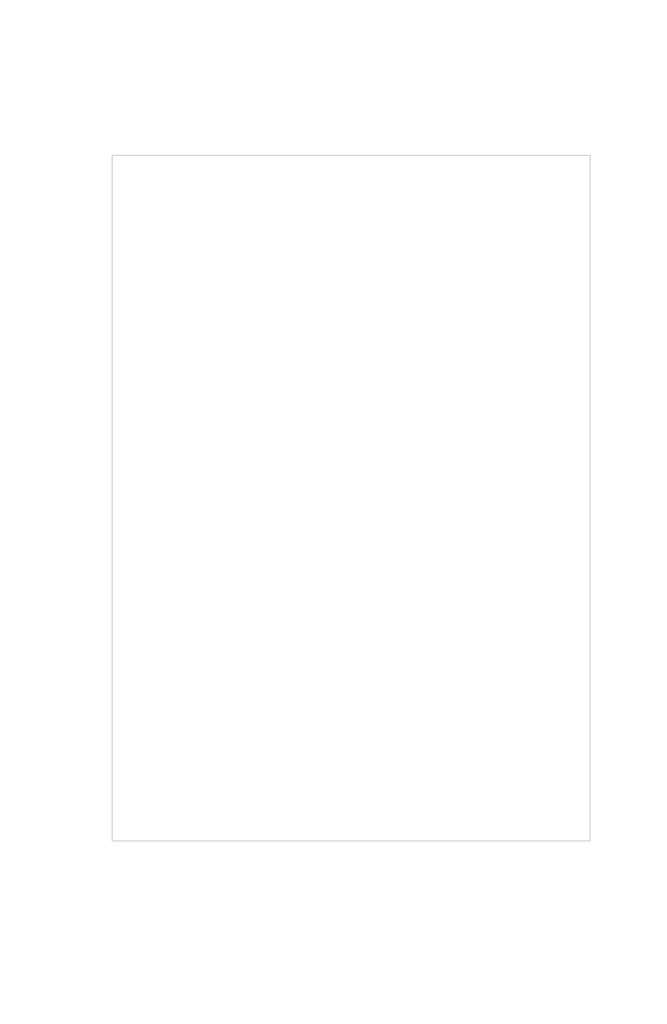
<source format=kicad_pcb>
(kicad_pcb (version 4) (host pcbnew 4.0.7-e2-6376~60~ubuntu17.10.1)

  (general
    (links 0)
    (no_connects 0)
    (area 97.864287 19.9 201.964286 166.900001)
    (thickness 1.6)
    (drawings 52)
    (tracks 0)
    (zones 0)
    (modules 0)
    (nets 1)
  )

  (page A4)
  (layers
    (0 F.Cu signal)
    (31 B.Cu signal)
    (32 B.Adhes user)
    (33 F.Adhes user)
    (34 B.Paste user)
    (35 F.Paste user)
    (36 B.SilkS user)
    (37 F.SilkS user)
    (38 B.Mask user)
    (39 F.Mask user)
    (40 Dwgs.User user)
    (41 Cmts.User user)
    (42 Eco1.User user)
    (43 Eco2.User user)
    (44 Edge.Cuts user)
    (45 Margin user)
    (46 B.CrtYd user)
    (47 F.CrtYd user)
    (48 B.Fab user)
    (49 F.Fab user)
  )

  (setup
    (last_trace_width 0.25)
    (trace_clearance 0.2)
    (zone_clearance 0.508)
    (zone_45_only no)
    (trace_min 0.2)
    (segment_width 0.2)
    (edge_width 0.15)
    (via_size 0.6)
    (via_drill 0.4)
    (via_min_size 0.4)
    (via_min_drill 0.3)
    (uvia_size 0.3)
    (uvia_drill 0.1)
    (uvias_allowed no)
    (uvia_min_size 0.2)
    (uvia_min_drill 0.1)
    (pcb_text_width 0.3)
    (pcb_text_size 1.5 1.5)
    (mod_edge_width 0.15)
    (mod_text_size 1 1)
    (mod_text_width 0.15)
    (pad_size 1.524 1.524)
    (pad_drill 0.762)
    (pad_to_mask_clearance 0.2)
    (aux_axis_origin 0 0)
    (visible_elements FFFFFF7F)
    (pcbplotparams
      (layerselection 0x00030_80000001)
      (usegerberextensions false)
      (excludeedgelayer true)
      (linewidth 0.100000)
      (plotframeref false)
      (viasonmask false)
      (mode 1)
      (useauxorigin false)
      (hpglpennumber 1)
      (hpglpenspeed 20)
      (hpglpendiameter 15)
      (hpglpenoverlay 2)
      (psnegative false)
      (psa4output false)
      (plotreference true)
      (plotvalue true)
      (plotinvisibletext false)
      (padsonsilk false)
      (subtractmaskfromsilk false)
      (outputformat 1)
      (mirror false)
      (drillshape 1)
      (scaleselection 1)
      (outputdirectory ""))
  )

  (net 0 "")

  (net_class Default "This is the default net class."
    (clearance 0.2)
    (trace_width 0.25)
    (via_dia 0.6)
    (via_drill 0.4)
    (uvia_dia 0.3)
    (uvia_drill 0.1)
  )

  (dimension 14.25 (width 0.3) (layer Cmts.User)
    (gr_text "14,250 mm" (at 105.400001 145.375 270) (layer Cmts.User)
      (effects (font (size 1.5 1.5) (thickness 0.3)))
    )
    (feature1 (pts (xy 115.5 152.5) (xy 104.050001 152.5)))
    (feature2 (pts (xy 115.5 138.25) (xy 104.050001 138.25)))
    (crossbar (pts (xy 106.750001 138.25) (xy 106.750001 152.5)))
    (arrow1a (pts (xy 106.750001 152.5) (xy 106.16358 151.373496)))
    (arrow1b (pts (xy 106.750001 152.5) (xy 107.336422 151.373496)))
    (arrow2a (pts (xy 106.750001 138.25) (xy 106.16358 139.376504)))
    (arrow2b (pts (xy 106.750001 138.25) (xy 107.336422 139.376504)))
  )
  (dimension 100 (width 0.3) (layer Cmts.User)
    (gr_text "100,000 mm" (at 189.35 88.25 270) (layer Cmts.User)
      (effects (font (size 1.5 1.5) (thickness 0.3)))
    )
    (feature1 (pts (xy 185.25 138.25) (xy 190.7 138.25)))
    (feature2 (pts (xy 185.25 38.25) (xy 190.7 38.25)))
    (crossbar (pts (xy 188 38.25) (xy 188 138.25)))
    (arrow1a (pts (xy 188 138.25) (xy 187.413579 137.123496)))
    (arrow1b (pts (xy 188 138.25) (xy 188.586421 137.123496)))
    (arrow2a (pts (xy 188 38.25) (xy 187.413579 39.376504)))
    (arrow2b (pts (xy 188 38.25) (xy 188.586421 39.376504)))
  )
  (dimension 14.25 (width 0.3) (layer Cmts.User)
    (gr_text "14,250 mm" (at 108.15 31.125 270) (layer Cmts.User)
      (effects (font (size 1.5 1.5) (thickness 0.3)))
    )
    (feature1 (pts (xy 115.5 38.25) (xy 106.8 38.25)))
    (feature2 (pts (xy 115.5 24) (xy 106.8 24)))
    (crossbar (pts (xy 109.5 24) (xy 109.5 38.25)))
    (arrow1a (pts (xy 109.5 38.25) (xy 108.913579 37.123496)))
    (arrow1b (pts (xy 109.5 38.25) (xy 110.086421 37.123496)))
    (arrow2a (pts (xy 109.5 24) (xy 108.913579 25.126504)))
    (arrow2b (pts (xy 109.5 24) (xy 110.086421 25.126504)))
  )
  (dimension 3 (width 0.3) (layer Cmts.User)
    (gr_text "3,000 mm" (at 112.15 25.5 270) (layer Cmts.User)
      (effects (font (size 1.5 1.5) (thickness 0.3)))
    )
    (feature1 (pts (xy 122.5 27) (xy 110.8 27)))
    (feature2 (pts (xy 122.5 24) (xy 110.8 24)))
    (crossbar (pts (xy 113.5 24) (xy 113.5 27)))
    (arrow1a (pts (xy 113.5 27) (xy 112.913579 25.873496)))
    (arrow1b (pts (xy 113.5 27) (xy 114.086421 25.873496)))
    (arrow2a (pts (xy 113.5 24) (xy 112.913579 25.126504)))
    (arrow2b (pts (xy 113.5 24) (xy 114.086421 25.126504)))
  )
  (dimension 128.5 (width 0.3) (layer Cmts.User)
    (gr_text "128,500 mm" (at 193.85 88.25 270) (layer Cmts.User)
      (effects (font (size 1.5 1.5) (thickness 0.3)))
    )
    (feature1 (pts (xy 185.8 152.5) (xy 195.2 152.5)))
    (feature2 (pts (xy 185.8 24) (xy 195.2 24)))
    (crossbar (pts (xy 192.5 24) (xy 192.5 152.5)))
    (arrow1a (pts (xy 192.5 152.5) (xy 191.913579 151.373496)))
    (arrow1b (pts (xy 192.5 152.5) (xy 193.086421 151.373496)))
    (arrow2a (pts (xy 192.5 24) (xy 191.913579 25.126504)))
    (arrow2b (pts (xy 192.5 24) (xy 193.086421 25.126504)))
  )
  (dimension 70.8 (width 0.3) (layer Cmts.User)
    (gr_text "70,800 mm" (at 150.4 17.450001) (layer Cmts.User)
      (effects (font (size 1.5 1.5) (thickness 0.3)))
    )
    (feature1 (pts (xy 115 24) (xy 115 16.100001)))
    (feature2 (pts (xy 185.8 24) (xy 185.8 16.100001)))
    (crossbar (pts (xy 185.8 18.800001) (xy 115 18.800001)))
    (arrow1a (pts (xy 115 18.800001) (xy 116.126504 18.21358)))
    (arrow1b (pts (xy 115 18.800001) (xy 116.126504 19.386422)))
    (arrow2a (pts (xy 185.8 18.800001) (xy 184.673496 18.21358)))
    (arrow2b (pts (xy 185.8 18.800001) (xy 184.673496 19.386422)))
  )
  (dimension 69.8 (width 0.3) (layer Cmts.User)
    (gr_text "69,800 mm" (at 150.4 21.25) (layer Cmts.User)
      (effects (font (size 1.5 1.5) (thickness 0.3)))
    )
    (feature1 (pts (xy 185.3 36.3) (xy 185.3 19.9)))
    (feature2 (pts (xy 115.5 36.3) (xy 115.5 19.9)))
    (crossbar (pts (xy 115.5 22.6) (xy 185.3 22.6)))
    (arrow1a (pts (xy 185.3 22.6) (xy 184.173496 23.186421)))
    (arrow1b (pts (xy 185.3 22.6) (xy 184.173496 22.013579)))
    (arrow2a (pts (xy 115.5 22.6) (xy 116.626504 23.186421)))
    (arrow2b (pts (xy 115.5 22.6) (xy 116.626504 22.013579)))
  )
  (gr_line (start 173.3 151) (end 173.3 148) (angle 90) (layer F.Fab) (width 0.2))
  (gr_line (start 170.8 149.5) (end 175.8 149.5) (angle 90) (layer F.Fab) (width 0.2))
  (gr_line (start 172.3 148) (end 174.3 148) (angle 90) (layer F.Fab) (width 0.2))
  (gr_line (start 172.3 151) (end 174.3 151) (angle 90) (layer F.Fab) (width 0.2))
  (gr_arc (start 174.3 149.5) (end 175.8 149.5) (angle 90) (layer F.Fab) (width 0.2))
  (gr_arc (start 174.3 149.5) (end 174.3 148) (angle 90) (layer F.Fab) (width 0.2))
  (gr_arc (start 172.3 149.5) (end 172.3 151) (angle 90) (layer F.Fab) (width 0.2))
  (gr_arc (start 172.3 149.5) (end 170.8 149.5) (angle 90) (layer F.Fab) (width 0.2))
  (gr_line (start 122.5 148) (end 122.5 151) (angle 90) (layer F.Fab) (width 0.2))
  (gr_line (start 120 149.5) (end 125 149.5) (angle 90) (layer F.Fab) (width 0.2))
  (gr_line (start 121.5 151) (end 123.5 151) (angle 90) (layer F.Fab) (width 0.2))
  (gr_line (start 121.5 148) (end 123.5 148) (angle 90) (layer F.Fab) (width 0.2))
  (gr_arc (start 123.5 149.5) (end 125 149.5) (angle 90) (layer F.Fab) (width 0.2))
  (gr_arc (start 123.5 149.5) (end 123.5 148) (angle 90) (layer F.Fab) (width 0.2))
  (gr_arc (start 121.5 149.5) (end 121.5 151) (angle 90) (layer F.Fab) (width 0.2))
  (gr_arc (start 121.5 149.5) (end 120 149.5) (angle 90) (layer F.Fab) (width 0.2))
  (gr_line (start 173.3 25.5) (end 173.3 28.5) (angle 90) (layer F.Fab) (width 0.2))
  (gr_line (start 171.1 27) (end 175.6 27) (angle 90) (layer F.Fab) (width 0.2))
  (gr_line (start 172.6 28.5) (end 174.1 28.5) (angle 90) (layer F.Fab) (width 0.2))
  (gr_line (start 172.6 25.5) (end 174.1 25.5) (angle 90) (layer F.Fab) (width 0.2))
  (gr_arc (start 172.6 27) (end 172.6 28.5) (angle 90) (layer F.Fab) (width 0.2))
  (gr_arc (start 172.6 27) (end 171.1 27) (angle 90) (layer F.Fab) (width 0.2))
  (gr_arc (start 174.1 27) (end 175.6 27) (angle 90) (layer F.Fab) (width 0.2))
  (gr_arc (start 174.1 27) (end 174.1 25.5) (angle 90) (layer F.Fab) (width 0.2))
  (gr_line (start 122.5 25.5) (end 122.5 28.5) (angle 90) (layer F.Fab) (width 0.2))
  (gr_line (start 120 27) (end 125 27) (angle 90) (layer F.Fab) (width 0.2))
  (gr_line (start 123.5 28.5) (end 121.5 28.5) (angle 90) (layer F.Fab) (width 0.2))
  (gr_line (start 121.5 25.5) (end 123.5 25.5) (angle 90) (layer F.Fab) (width 0.2))
  (gr_arc (start 121.5 27) (end 121.5 28.5) (angle 90) (layer F.Fab) (width 0.2))
  (gr_arc (start 121.5 27) (end 120 27) (angle 90) (layer F.Fab) (width 0.2))
  (gr_arc (start 123.5 27) (end 123.5 25.5) (angle 90) (layer F.Fab) (width 0.2))
  (gr_arc (start 123.5 27) (end 125 27) (angle 90) (layer F.Fab) (width 0.2))
  (dimension 50.8 (width 0.3) (layer Cmts.User)
    (gr_text "50,800 mm" (at 147.9 165.55) (layer Cmts.User)
      (effects (font (size 1.5 1.5) (thickness 0.3)))
    )
    (feature1 (pts (xy 173.3 149.5) (xy 173.3 166.9)))
    (feature2 (pts (xy 122.5 149.5) (xy 122.5 166.9)))
    (crossbar (pts (xy 122.5 164.2) (xy 173.3 164.2)))
    (arrow1a (pts (xy 173.3 164.2) (xy 172.173496 164.786421)))
    (arrow1b (pts (xy 173.3 164.2) (xy 172.173496 163.613579)))
    (arrow2a (pts (xy 122.5 164.2) (xy 123.626504 164.786421)))
    (arrow2b (pts (xy 122.5 164.2) (xy 123.626504 163.613579)))
  )
  (dimension 58.3 (width 0.3) (layer Cmts.User)
    (gr_text "58,300 mm" (at 144.15 161.85) (layer Cmts.User)
      (effects (font (size 1.5 1.5) (thickness 0.3)))
    )
    (feature1 (pts (xy 173.3 149.5) (xy 173.3 163.2)))
    (feature2 (pts (xy 115 149.5) (xy 115 163.2)))
    (crossbar (pts (xy 115 160.5) (xy 173.3 160.5)))
    (arrow1a (pts (xy 173.3 160.5) (xy 172.173496 161.086421)))
    (arrow1b (pts (xy 173.3 160.5) (xy 172.173496 159.913579)))
    (arrow2a (pts (xy 115 160.5) (xy 116.126504 161.086421)))
    (arrow2b (pts (xy 115 160.5) (xy 116.126504 159.913579)))
  )
  (gr_line (start 121.5 149.5) (end 122 149.5) (angle 90) (layer F.Fab) (width 0.2))
  (dimension 3 (width 0.3) (layer Cmts.User)
    (gr_text "3,000 mm" (at 109.5 152 270) (layer Cmts.User)
      (effects (font (size 1.5 1.5) (thickness 0.3)))
    )
    (feature1 (pts (xy 122.5 152.5) (xy 110.8 152.5)))
    (feature2 (pts (xy 122.5 149.5) (xy 110.8 149.5)))
    (crossbar (pts (xy 113.5 149.5) (xy 113.5 152.5)))
    (arrow1a (pts (xy 113.5 152.5) (xy 112.913579 151.373496)))
    (arrow1b (pts (xy 113.5 152.5) (xy 114.086421 151.373496)))
    (arrow2a (pts (xy 113.5 149.5) (xy 112.913579 150.626504)))
    (arrow2b (pts (xy 113.5 149.5) (xy 114.086421 150.626504)))
  )
  (dimension 7.5 (width 0.3) (layer Cmts.User)
    (gr_text "7,500 mm" (at 119 158) (layer Cmts.User)
      (effects (font (size 1.5 1.5) (thickness 0.3)))
    )
    (feature1 (pts (xy 122.5 149.5) (xy 122.5 156.7)))
    (feature2 (pts (xy 115 149.5) (xy 115 156.7)))
    (crossbar (pts (xy 115 154) (xy 122.5 154)))
    (arrow1a (pts (xy 122.5 154) (xy 121.373496 154.586421)))
    (arrow1b (pts (xy 122.5 154) (xy 121.373496 153.413579)))
    (arrow2a (pts (xy 115 154) (xy 116.126504 154.586421)))
    (arrow2b (pts (xy 115 154) (xy 116.126504 153.413579)))
  )
  (gr_line (start 185.3 38.25) (end 185.3 138.25) (angle 90) (layer Edge.Cuts) (width 0.15) (tstamp 5A76ADBD))
  (gr_line (start 115.5 138.25) (end 185.3 138.25) (angle 90) (layer Edge.Cuts) (width 0.15) (tstamp 5A76ADAE))
  (gr_line (start 115.5 38.25) (end 185.3 38.25) (angle 90) (layer Edge.Cuts) (width 0.15))
  (gr_line (start 115.5 38.25) (end 115.5 138.25) (angle 90) (layer Edge.Cuts) (width 0.15))
  (gr_line (start 115 24) (end 185.8 24) (angle 90) (layer F.Fab) (width 0.2))
  (gr_line (start 185.8 152.5) (end 185.8 24) (angle 90) (layer F.Fab) (width 0.2))
  (gr_line (start 115 152.5) (end 185.8 152.5) (angle 90) (layer F.Fab) (width 0.2))
  (gr_line (start 115 152.5) (end 115 24) (angle 90) (layer F.Fab) (width 0.2))

)

</source>
